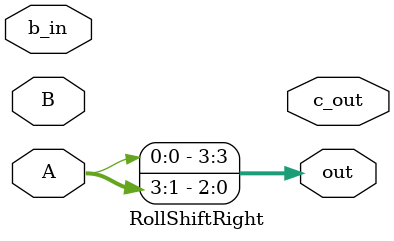
<source format=v>
`timescale 1ns / 1ps


module RollShiftRight(
        input [3:0] A, 
        input [3:0] B, 
        input b_in, 
        output [3:0] out, 
        output c_out
    );
    
    assign out[3] = A[0]; 
    assign out[2] = A[3]; 
    assign out[1] = A[2]; 
    assign out[0] = A[1]; 
    
endmodule

</source>
